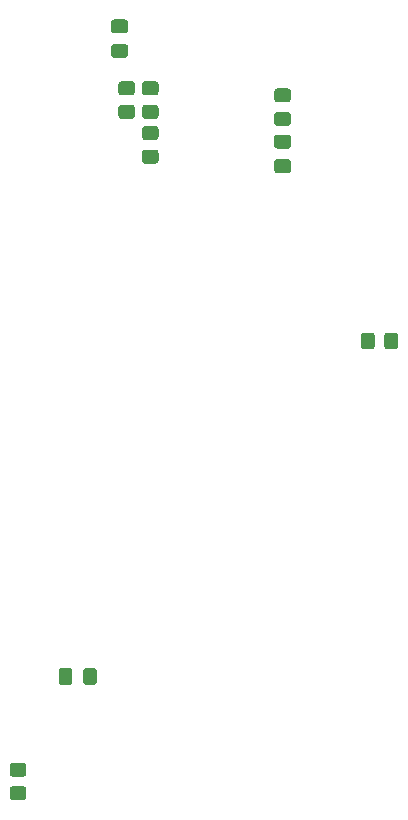
<source format=gbr>
%TF.GenerationSoftware,KiCad,Pcbnew,5.1.10*%
%TF.CreationDate,2021-09-21T18:47:02-07:00*%
%TF.ProjectId,MainBoard,4d61696e-426f-4617-9264-2e6b69636164,rev?*%
%TF.SameCoordinates,Original*%
%TF.FileFunction,Paste,Top*%
%TF.FilePolarity,Positive*%
%FSLAX46Y46*%
G04 Gerber Fmt 4.6, Leading zero omitted, Abs format (unit mm)*
G04 Created by KiCad (PCBNEW 5.1.10) date 2021-09-21 18:47:02*
%MOMM*%
%LPD*%
G01*
G04 APERTURE LIST*
G04 APERTURE END LIST*
%TO.C,R18*%
G36*
G01*
X114400000Y-90749999D02*
X114400000Y-91650001D01*
G75*
G02*
X114150001Y-91900000I-249999J0D01*
G01*
X113449999Y-91900000D01*
G75*
G02*
X113200000Y-91650001I0J249999D01*
G01*
X113200000Y-90749999D01*
G75*
G02*
X113449999Y-90500000I249999J0D01*
G01*
X114150001Y-90500000D01*
G75*
G02*
X114400000Y-90749999I0J-249999D01*
G01*
G37*
G36*
G01*
X116400000Y-90749999D02*
X116400000Y-91650001D01*
G75*
G02*
X116150001Y-91900000I-249999J0D01*
G01*
X115449999Y-91900000D01*
G75*
G02*
X115200000Y-91650001I0J249999D01*
G01*
X115200000Y-90749999D01*
G75*
G02*
X115449999Y-90500000I249999J0D01*
G01*
X116150001Y-90500000D01*
G75*
G02*
X116400000Y-90749999I0J-249999D01*
G01*
G37*
%TD*%
%TO.C,R16*%
G36*
G01*
X94949999Y-75000000D02*
X95850001Y-75000000D01*
G75*
G02*
X96100000Y-75249999I0J-249999D01*
G01*
X96100000Y-75950001D01*
G75*
G02*
X95850001Y-76200000I-249999J0D01*
G01*
X94949999Y-76200000D01*
G75*
G02*
X94700000Y-75950001I0J249999D01*
G01*
X94700000Y-75249999D01*
G75*
G02*
X94949999Y-75000000I249999J0D01*
G01*
G37*
G36*
G01*
X94949999Y-73000000D02*
X95850001Y-73000000D01*
G75*
G02*
X96100000Y-73249999I0J-249999D01*
G01*
X96100000Y-73950001D01*
G75*
G02*
X95850001Y-74200000I-249999J0D01*
G01*
X94949999Y-74200000D01*
G75*
G02*
X94700000Y-73950001I0J249999D01*
G01*
X94700000Y-73249999D01*
G75*
G02*
X94949999Y-73000000I249999J0D01*
G01*
G37*
%TD*%
%TO.C,R12*%
G36*
G01*
X84650001Y-128100000D02*
X83749999Y-128100000D01*
G75*
G02*
X83500000Y-127850001I0J249999D01*
G01*
X83500000Y-127149999D01*
G75*
G02*
X83749999Y-126900000I249999J0D01*
G01*
X84650001Y-126900000D01*
G75*
G02*
X84900000Y-127149999I0J-249999D01*
G01*
X84900000Y-127850001D01*
G75*
G02*
X84650001Y-128100000I-249999J0D01*
G01*
G37*
G36*
G01*
X84650001Y-130100000D02*
X83749999Y-130100000D01*
G75*
G02*
X83500000Y-129850001I0J249999D01*
G01*
X83500000Y-129149999D01*
G75*
G02*
X83749999Y-128900000I249999J0D01*
G01*
X84650001Y-128900000D01*
G75*
G02*
X84900000Y-129149999I0J-249999D01*
G01*
X84900000Y-129850001D01*
G75*
G02*
X84650001Y-130100000I-249999J0D01*
G01*
G37*
%TD*%
%TO.C,R11*%
G36*
G01*
X107050001Y-71000000D02*
X106149999Y-71000000D01*
G75*
G02*
X105900000Y-70750001I0J249999D01*
G01*
X105900000Y-70049999D01*
G75*
G02*
X106149999Y-69800000I249999J0D01*
G01*
X107050001Y-69800000D01*
G75*
G02*
X107300000Y-70049999I0J-249999D01*
G01*
X107300000Y-70750001D01*
G75*
G02*
X107050001Y-71000000I-249999J0D01*
G01*
G37*
G36*
G01*
X107050001Y-73000000D02*
X106149999Y-73000000D01*
G75*
G02*
X105900000Y-72750001I0J249999D01*
G01*
X105900000Y-72049999D01*
G75*
G02*
X106149999Y-71800000I249999J0D01*
G01*
X107050001Y-71800000D01*
G75*
G02*
X107300000Y-72049999I0J-249999D01*
G01*
X107300000Y-72750001D01*
G75*
G02*
X107050001Y-73000000I-249999J0D01*
G01*
G37*
%TD*%
%TO.C,R10*%
G36*
G01*
X93850001Y-70400000D02*
X92949999Y-70400000D01*
G75*
G02*
X92700000Y-70150001I0J249999D01*
G01*
X92700000Y-69449999D01*
G75*
G02*
X92949999Y-69200000I249999J0D01*
G01*
X93850001Y-69200000D01*
G75*
G02*
X94100000Y-69449999I0J-249999D01*
G01*
X94100000Y-70150001D01*
G75*
G02*
X93850001Y-70400000I-249999J0D01*
G01*
G37*
G36*
G01*
X93850001Y-72400000D02*
X92949999Y-72400000D01*
G75*
G02*
X92700000Y-72150001I0J249999D01*
G01*
X92700000Y-71449999D01*
G75*
G02*
X92949999Y-71200000I249999J0D01*
G01*
X93850001Y-71200000D01*
G75*
G02*
X94100000Y-71449999I0J-249999D01*
G01*
X94100000Y-72150001D01*
G75*
G02*
X93850001Y-72400000I-249999J0D01*
G01*
G37*
%TD*%
%TO.C,R9*%
G36*
G01*
X94949999Y-71200000D02*
X95850001Y-71200000D01*
G75*
G02*
X96100000Y-71449999I0J-249999D01*
G01*
X96100000Y-72150001D01*
G75*
G02*
X95850001Y-72400000I-249999J0D01*
G01*
X94949999Y-72400000D01*
G75*
G02*
X94700000Y-72150001I0J249999D01*
G01*
X94700000Y-71449999D01*
G75*
G02*
X94949999Y-71200000I249999J0D01*
G01*
G37*
G36*
G01*
X94949999Y-69200000D02*
X95850001Y-69200000D01*
G75*
G02*
X96100000Y-69449999I0J-249999D01*
G01*
X96100000Y-70150001D01*
G75*
G02*
X95850001Y-70400000I-249999J0D01*
G01*
X94949999Y-70400000D01*
G75*
G02*
X94700000Y-70150001I0J249999D01*
G01*
X94700000Y-69449999D01*
G75*
G02*
X94949999Y-69200000I249999J0D01*
G01*
G37*
%TD*%
%TO.C,C10*%
G36*
G01*
X89712500Y-120075000D02*
X89712500Y-119125000D01*
G75*
G02*
X89962500Y-118875000I250000J0D01*
G01*
X90637500Y-118875000D01*
G75*
G02*
X90887500Y-119125000I0J-250000D01*
G01*
X90887500Y-120075000D01*
G75*
G02*
X90637500Y-120325000I-250000J0D01*
G01*
X89962500Y-120325000D01*
G75*
G02*
X89712500Y-120075000I0J250000D01*
G01*
G37*
G36*
G01*
X87637500Y-120075000D02*
X87637500Y-119125000D01*
G75*
G02*
X87887500Y-118875000I250000J0D01*
G01*
X88562500Y-118875000D01*
G75*
G02*
X88812500Y-119125000I0J-250000D01*
G01*
X88812500Y-120075000D01*
G75*
G02*
X88562500Y-120325000I-250000J0D01*
G01*
X87887500Y-120325000D01*
G75*
G02*
X87637500Y-120075000I0J250000D01*
G01*
G37*
%TD*%
%TO.C,C9*%
G36*
G01*
X106125000Y-75812500D02*
X107075000Y-75812500D01*
G75*
G02*
X107325000Y-76062500I0J-250000D01*
G01*
X107325000Y-76737500D01*
G75*
G02*
X107075000Y-76987500I-250000J0D01*
G01*
X106125000Y-76987500D01*
G75*
G02*
X105875000Y-76737500I0J250000D01*
G01*
X105875000Y-76062500D01*
G75*
G02*
X106125000Y-75812500I250000J0D01*
G01*
G37*
G36*
G01*
X106125000Y-73737500D02*
X107075000Y-73737500D01*
G75*
G02*
X107325000Y-73987500I0J-250000D01*
G01*
X107325000Y-74662500D01*
G75*
G02*
X107075000Y-74912500I-250000J0D01*
G01*
X106125000Y-74912500D01*
G75*
G02*
X105875000Y-74662500I0J250000D01*
G01*
X105875000Y-73987500D01*
G75*
G02*
X106125000Y-73737500I250000J0D01*
G01*
G37*
%TD*%
%TO.C,C7*%
G36*
G01*
X93275000Y-65150000D02*
X92325000Y-65150000D01*
G75*
G02*
X92075000Y-64900000I0J250000D01*
G01*
X92075000Y-64225000D01*
G75*
G02*
X92325000Y-63975000I250000J0D01*
G01*
X93275000Y-63975000D01*
G75*
G02*
X93525000Y-64225000I0J-250000D01*
G01*
X93525000Y-64900000D01*
G75*
G02*
X93275000Y-65150000I-250000J0D01*
G01*
G37*
G36*
G01*
X93275000Y-67225000D02*
X92325000Y-67225000D01*
G75*
G02*
X92075000Y-66975000I0J250000D01*
G01*
X92075000Y-66300000D01*
G75*
G02*
X92325000Y-66050000I250000J0D01*
G01*
X93275000Y-66050000D01*
G75*
G02*
X93525000Y-66300000I0J-250000D01*
G01*
X93525000Y-66975000D01*
G75*
G02*
X93275000Y-67225000I-250000J0D01*
G01*
G37*
%TD*%
M02*

</source>
